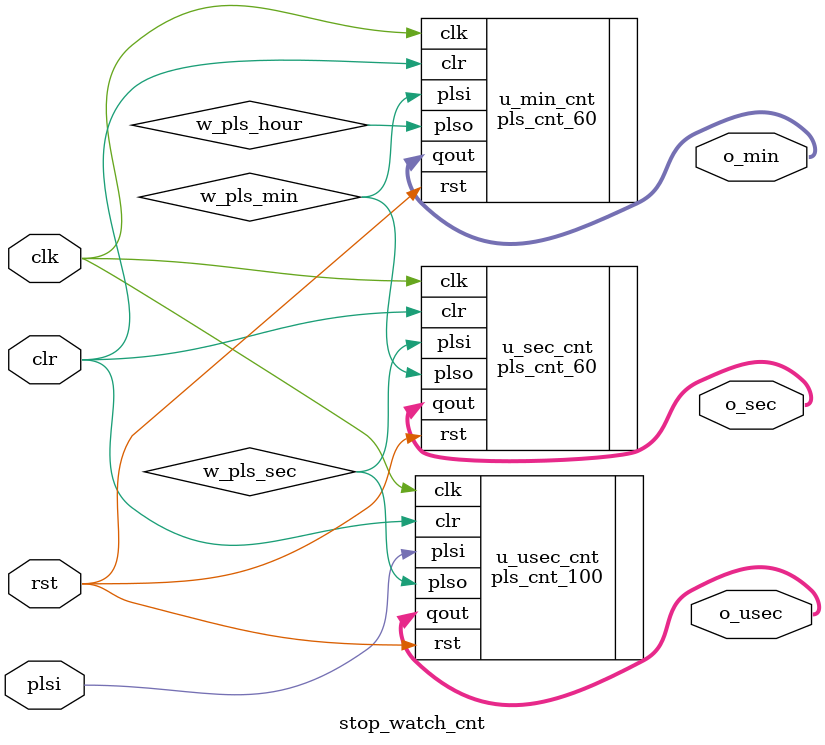
<source format=v>
module stop_watch_cnt(
    input clk,
    input rst,
    input clr, // Clear the Counter at rising edge of CLR Input
    input plsi, // 100Hz Pulse Input, Count up at falling edge of PLSI.
    output [6:0] o_usec,
    output [5:0] o_sec,
    output [5:0] o_min
);
    wire w_pls_sec;
    wire w_pls_min;
    wire w_pls_hour;
    
    // Under sec, counter : 00 ~ 99
    pls_cnt_100 u_usec_cnt(
        .rst(rst),
        .clk(clk),
        .clr(clr),
        .plsi(plsi),
        .plso(w_pls_sec),
        .qout(o_usec)
    );

    // Sec, counter : 00 ~ 59
    pls_cnt_60 u_sec_cnt(
        .rst(rst),
        .clk(clk),
        .clr(clr),
        .plsi(w_pls_sec),
        .plso(w_pls_min),
        .qout(o_sec)
    );

    // Min, counter : 00 ~ 59
    pls_cnt_60 u_min_cnt(
        .rst(rst),
        .clk(clk),
        .clr(clr),
        .plsi(w_pls_min),
        .plso(w_pls_hour),
        .qout(o_min)
    );

    // pls_cnt_10 u_pls_cnt_10(
    //     .rst(rst),
    //     .clk(clk),
    //     .plsi(pls_1kHz),
    //     .plso(w_clk100Hz)
    // );


    


    // watch_hex2seg u_watch_hex2seg_0(
    //     .din(w_usec),
    //     .seg_d(seg_d)
    // );

endmodule
</source>
